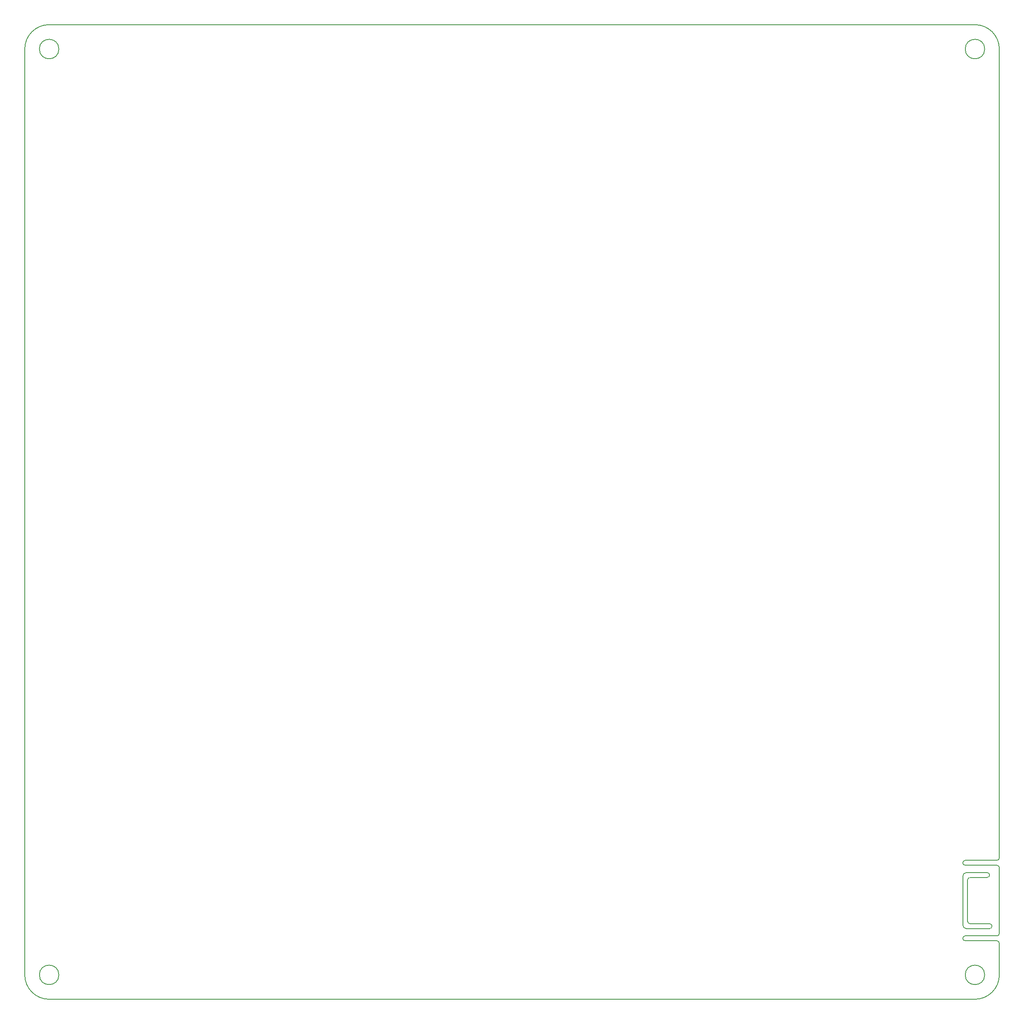
<source format=gm1>
G04 #@! TF.FileFunction,Profile,NP*
%FSLAX46Y46*%
G04 Gerber Fmt 4.6, Leading zero omitted, Abs format (unit mm)*
G04 Created by KiCad (PCBNEW (2016-09-03 BZR 7112, Git 24f6c4b)-product) date Mon Sep  5 18:10:30 2016*
%MOMM*%
%LPD*%
G01*
G04 APERTURE LIST*
%ADD10C,0.100000*%
%ADD11C,0.150000*%
G04 APERTURE END LIST*
D10*
D11*
X200000000Y-173000000D02*
G75*
G03X199500000Y-172500000I-500000J0D01*
G01*
X199500000Y-171500000D02*
G75*
G03X200000000Y-171000000I0J500000D01*
G01*
X193000000Y-171500000D02*
G75*
G03X193000000Y-172500000I0J-500000D01*
G01*
X193000000Y-187000000D02*
G75*
G03X193000000Y-188000000I0J-500000D01*
G01*
X200000000Y-188500000D02*
G75*
G03X199500000Y-188000000I-500000J0D01*
G01*
X199500000Y-187000000D02*
G75*
G03X200000000Y-186500000I0J500000D01*
G01*
X197500000Y-175000000D02*
G75*
G03X197500000Y-174000000I0J500000D01*
G01*
X193250000Y-174000000D02*
G75*
G03X192500000Y-174750000I0J-750000D01*
G01*
X194000000Y-175000000D02*
G75*
G03X193500000Y-175500000I0J-500000D01*
G01*
X192500000Y-184750000D02*
G75*
G03X193250000Y-185500000I750000J0D01*
G01*
X193500000Y-184000000D02*
G75*
G03X194000000Y-184500000I500000J0D01*
G01*
X198000000Y-185500000D02*
G75*
G03X198000000Y-184500000I0J500000D01*
G01*
X193000000Y-171500000D02*
X199500000Y-171500000D01*
X199500000Y-172500000D02*
X193000000Y-172500000D01*
X200000000Y-186500000D02*
X200000000Y-173000000D01*
X194000000Y-175000000D02*
X197500000Y-175000000D01*
X200000000Y-188500000D02*
X200000000Y-195000000D01*
X193000000Y-188000000D02*
X199500000Y-188000000D01*
X199500000Y-187000000D02*
X193000000Y-187000000D01*
X193250000Y-174000000D02*
X197500000Y-174000000D01*
X192500000Y-184750000D02*
X192500000Y-174750000D01*
X198000000Y-185500000D02*
X193250000Y-185500000D01*
X194000000Y-184500000D02*
X198000000Y-184500000D01*
X193500000Y-175500000D02*
X193500000Y-184000000D01*
X7000000Y-195000000D02*
G75*
G03X7000000Y-195000000I-2000000J0D01*
G01*
X197000000Y-195000000D02*
G75*
G03X197000000Y-195000000I-2000000J0D01*
G01*
X197000000Y-5000000D02*
G75*
G03X197000000Y-5000000I-2000000J0D01*
G01*
X7000000Y-5000000D02*
G75*
G03X7000000Y-5000000I-2000000J0D01*
G01*
X0Y-5000000D02*
X0Y-195000000D01*
X195000000Y0D02*
X5000000Y0D01*
X200000000Y-171000000D02*
X200000000Y-5000000D01*
X5000000Y-200000000D02*
X195000000Y-200000000D01*
X0Y-195000000D02*
G75*
G03X5000000Y-200000000I5000000J0D01*
G01*
X195000000Y-200000000D02*
G75*
G03X200000000Y-195000000I0J5000000D01*
G01*
X200000000Y-5000000D02*
G75*
G03X195000000Y0I-5000000J0D01*
G01*
X5000000Y0D02*
G75*
G03X0Y-5000000I0J-5000000D01*
G01*
M02*

</source>
